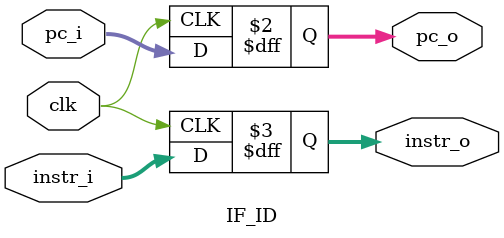
<source format=v>
`timescale 1ns / 1ps
module IF_ID(
		input clk, 
		input [31:0]  instr_i,
		input [31:0]  pc_i,
		output [31:0] pc_o,	
		output [31:0] instr_o
    );

always @(posedge clk) begin
		instr_o=instr_i;
		pc_o=pc_i;
end
endmodule

</source>
